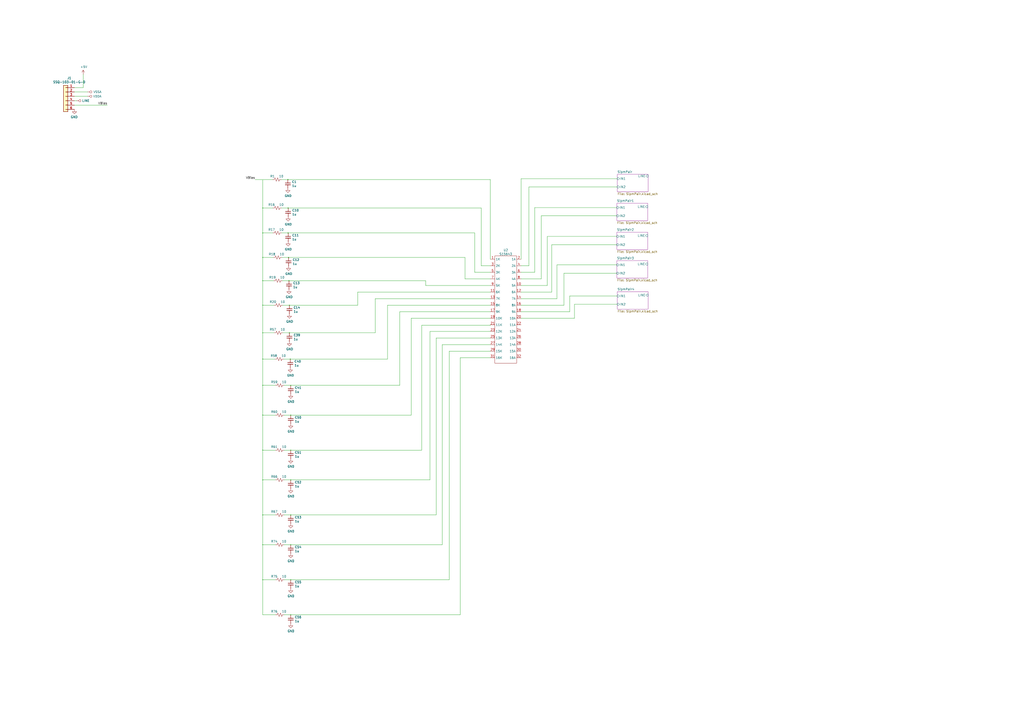
<source format=kicad_sch>
(kicad_sch (version 20210621) (generator eeschema)
  (paper "A2")
  (lib_symbols
    (symbol "Connector_Generic:Conn_01x06" (pin_names (offset 1.016) hide)
      (property "Reference" "J" (at 0 7.62 0))
      (property "Value" "Conn_01x06" (at 0 -10.16 0))
      (symbol "Conn_01x06_1_1"
        (rectangle (start -1.27 -7.493) (end 0 -7.747) (stroke (width 0.1524)))
        (rectangle (start -1.27 -4.953) (end 0 -5.207) (stroke (width 0.1524)))
        (rectangle (start -1.27 -2.413) (end 0 -2.667) (stroke (width 0.1524)))
        (rectangle (start -1.27 0.127) (end 0 -0.127) (stroke (width 0.1524)))
        (rectangle (start -1.27 2.667) (end 0 2.413) (stroke (width 0.1524)))
        (rectangle (start -1.27 5.207) (end 0 4.953) (stroke (width 0.1524)))
        (rectangle (start -1.27 6.35) (end 1.27 -8.89) (stroke (width 0.254)) (fill (type background)))
        (pin passive line (at -5.08 5.08 0) (length 3.81) (name "Pin_1") (number "1"))
        (pin passive line (at -5.08 2.54 0) (length 3.81) (name "Pin_2") (number "2"))
        (pin passive line (at -5.08 0 0) (length 3.81) (name "Pin_3") (number "3"))
        (pin passive line (at -5.08 -2.54 0) (length 3.81) (name "Pin_4") (number "4"))
        (pin passive line (at -5.08 -5.08 0) (length 3.81) (name "Pin_5") (number "5"))
        (pin passive line (at -5.08 -7.62 0) (length 3.81) (name "Pin_6") (number "6"))
      )
    )
    (symbol "Device:C_Small" (pin_numbers hide) (pin_names (offset 0.254) hide)
      (property "Reference" "C" (at 0.254 1.778 0))
      (property "Value" "C_Small" (at 0.254 -2.032 0))
      (symbol "C_Small_0_1"
        (polyline (pts (xy -1.524 -0.508) (xy 1.524 -0.508)) (stroke (width 0.3302)))
        (polyline (pts (xy -1.524 0.508) (xy 1.524 0.508)) (stroke (width 0.3048)))
      )
      (symbol "C_Small_1_1"
        (pin passive line (at 0 2.54 270) (length 2.032) (name "~") (number "1"))
        (pin passive line (at 0 -2.54 90) (length 2.032) (name "~") (number "2"))
      )
    )
    (symbol "Device:R_Small_US" (pin_numbers hide) (pin_names (offset 0.254) hide)
      (property "Reference" "R" (at 0.762 0.508 0))
      (property "Value" "R_Small_US" (at 0.762 -1.016 0))
      (symbol "R_Small_US_1_1"
        (polyline (pts (xy 0 0) (xy 1.016 -0.381) (xy 0 -0.762) (xy -1.016 -1.143) (xy 0 -1.524)))
        (polyline (pts (xy 0 1.524) (xy 1.016 1.143) (xy 0 0.762) (xy -1.016 0.381) (xy 0 0)))
        (pin passive line (at 0 2.54 270) (length 1.016) (name "~") (number "1"))
        (pin passive line (at 0 -2.54 90) (length 1.016) (name "~") (number "2"))
      )
    )
    (symbol "power:+5V" (power) (pin_names (offset 0))
      (property "Value" "+5V" (at 0 3.556 0))
      (symbol "+5V_0_1"
        (polyline (pts (xy -0.762 1.27) (xy 0 2.54)))
        (polyline (pts (xy 0 0) (xy 0 2.54)))
        (polyline (pts (xy 0 2.54) (xy 0.762 1.27)))
      )
      (symbol "+5V_1_1"
        (pin power_in line (at 0 0 90) (length 0) hide (name "+5V") (number "1"))
      )
    )
    (symbol "power:GND" (power) (pin_names (offset 0))
      (property "Value" "GND" (at 0 -3.81 0))
      (symbol "GND_0_1"
        (polyline (pts (xy 0 0) (xy 0 -1.27) (xy 1.27 -1.27) (xy 0 -2.54) (xy -1.27 -1.27) (xy 0 -1.27)))
      )
      (symbol "GND_1_1"
        (pin power_in line (at 0 0 270) (length 0) hide (name "GND") (number "1"))
      )
    )
    (symbol "power:LINE" (power) (pin_names (offset 0))
      (property "Value" "LINE" (at 0 3.81 0))
      (symbol "LINE_0_1"
        (circle (center 0 1.905) (radius 0.635))
        (polyline (pts (xy 0 0) (xy 0 1.27)))
      )
      (symbol "LINE_1_1"
        (pin power_in line (at 0 0 90) (length 0) hide (name "LINE") (number "1"))
      )
    )
    (symbol "power:VDDA" (power) (pin_names (offset 0))
      (property "Value" "VDDA" (at 0 3.81 0))
      (symbol "VDDA_0_1"
        (circle (center 0 1.905) (radius 0.635))
        (polyline (pts (xy 0 0) (xy 0 1.27)))
      )
      (symbol "VDDA_1_1"
        (pin power_in line (at 0 0 90) (length 0) hide (name "VDDA") (number "1"))
      )
    )
    (symbol "power:VSSA" (power) (pin_names (offset 0))
      (property "Value" "VSSA" (at 0 3.81 0))
      (symbol "VSSA_0_1"
        (circle (center 0 1.905) (radius 0.635))
        (polyline (pts (xy 0 0) (xy 0 1.27)))
      )
      (symbol "VSSA_1_1"
        (pin power_in line (at 0 0 90) (length 0) hide (name "VSSA") (number "1"))
      )
    )
    (symbol "sipm:S15643"
      (property "Reference" "U" (at 0 21.59 0))
      (property "Value" "S15643" (at 0 24.13 0))
      (symbol "S15643_0_1"
        (rectangle (start -6.35 19.685) (end 6.35 -42.545) (stroke (width 0.1524)))
      )
      (symbol "S15643_1_1"
        (pin input line (at -8.89 17.78 0) (length 2.54) (name "1K") (number "1"))
        (pin output line (at 8.89 2.54 180) (length 2.54) (name "5A") (number "10"))
        (pin input line (at -8.89 -1.27 0) (length 2.54) (name "6K") (number "11"))
        (pin output line (at 8.89 -1.27 180) (length 2.54) (name "6A") (number "12"))
        (pin input line (at -8.89 -5.08 0) (length 2.54) (name "7K") (number "13"))
        (pin output line (at 8.89 -5.08 180) (length 2.54) (name "7A") (number "14"))
        (pin input line (at -8.89 -8.89 0) (length 2.54) (name "8K") (number "15"))
        (pin output line (at 8.89 -8.89 180) (length 2.54) (name "8A") (number "16"))
        (pin input line (at -8.89 -12.7 0) (length 2.54) (name "9K") (number "17"))
        (pin output line (at 8.89 -12.7 180) (length 2.54) (name "9A") (number "18"))
        (pin input line (at -8.89 -16.51 0) (length 2.54) (name "10K") (number "19"))
        (pin output line (at 8.89 17.78 180) (length 2.54) (name "1A") (number "2"))
        (pin output line (at 8.89 -16.51 180) (length 2.54) (name "10A") (number "20"))
        (pin input line (at -8.89 -20.32 0) (length 2.54) (name "11K") (number "21"))
        (pin output line (at 8.89 -20.32 180) (length 2.54) (name "11A") (number "22"))
        (pin input line (at -8.89 -24.13 0) (length 2.54) (name "12K") (number "23"))
        (pin output line (at 8.89 -24.13 180) (length 2.54) (name "12A") (number "24"))
        (pin input line (at -8.89 -27.94 0) (length 2.54) (name "13K") (number "25"))
        (pin output line (at 8.89 -27.94 180) (length 2.54) (name "13A") (number "26"))
        (pin input line (at -8.89 -31.75 0) (length 2.54) (name "14K") (number "27"))
        (pin output line (at 8.89 -31.75 180) (length 2.54) (name "14A") (number "28"))
        (pin input line (at -8.89 -35.56 0) (length 2.54) (name "15K") (number "29"))
        (pin input line (at -8.89 13.97 0) (length 2.54) (name "2K") (number "3"))
        (pin output line (at 8.89 -35.56 180) (length 2.54) (name "15A") (number "30"))
        (pin input line (at -8.89 -39.37 0) (length 2.54) (name "16K") (number "31"))
        (pin output line (at 8.89 -39.37 180) (length 2.54) (name "16A") (number "32"))
        (pin output line (at 8.89 13.97 180) (length 2.54) (name "2A") (number "4"))
        (pin input line (at -8.89 10.16 0) (length 2.54) (name "3K") (number "5"))
        (pin output line (at 8.89 10.16 180) (length 2.54) (name "3A") (number "6"))
        (pin input line (at -8.89 6.35 0) (length 2.54) (name "4K") (number "7"))
        (pin output line (at 8.89 6.35 180) (length 2.54) (name "4A") (number "8"))
        (pin input line (at -8.89 2.54 0) (length 2.54) (name "5K") (number "9"))
      )
    )
  )
  (junction (at 152.4 120.65) (diameter 0.3048))
  (junction (at 152.4 135.128) (diameter 0.3048))
  (junction (at 152.4 149.352) (diameter 0.3048))
  (junction (at 152.4 162.814) (diameter 0.3048))
  (junction (at 152.4 177.038) (diameter 0.3048))
  (junction (at 152.4 193.04) (diameter 0.3048))
  (junction (at 152.4 208.28) (diameter 0.3048))
  (junction (at 152.4 223.52) (diameter 0.3048))
  (junction (at 152.4 240.792) (diameter 0.3048))
  (junction (at 152.4 261.112) (diameter 0.3048))
  (junction (at 152.4 278.384) (diameter 0.3048))
  (junction (at 152.4 298.704) (diameter 0.3048))
  (junction (at 152.4 315.976) (diameter 0.3048))
  (junction (at 152.4 336.296) (diameter 0.3048))
  (junction (at 167.005 104.14) (diameter 0.3048))
  (junction (at 167.132 120.65) (diameter 0.3048))
  (junction (at 167.132 135.128) (diameter 0.3048))
  (junction (at 167.386 149.352) (diameter 0.3048))
  (junction (at 167.64 162.814) (diameter 0.3048))
  (junction (at 167.894 177.038) (diameter 0.3048))
  (junction (at 167.894 193.04) (diameter 0.3048))
  (junction (at 168.402 208.28) (diameter 0.3048))
  (junction (at 168.656 223.52) (diameter 0.3048))
  (junction (at 168.656 240.792) (diameter 0.3048))
  (junction (at 168.656 261.112) (diameter 0.3048))
  (junction (at 168.656 278.384) (diameter 0.3048))
  (junction (at 168.656 298.704) (diameter 0.3048))
  (junction (at 168.656 315.976) (diameter 0.3048))
  (junction (at 168.656 336.296) (diameter 0.3048))
  (junction (at 168.656 356.616) (diameter 0.3048))
  (wire (pts (xy 43.18 50.8) (xy 48.26 50.8)))
  (wire (pts (xy 43.18 53.34) (xy 50.8 53.34)))
  (wire (pts (xy 43.18 55.88) (xy 50.8 55.88)))
  (wire (pts (xy 43.18 58.42) (xy 44.45 58.42)))
  (wire (pts (xy 43.18 60.96) (xy 62.23 60.96)))
  (wire (pts (xy 48.26 43.18) (xy 48.26 50.8)))
  (wire (pts (xy 147.955 104.14) (xy 158.115 104.14)))
  (wire (pts (xy 152.4 104.394) (xy 152.4 120.65)))
  (wire (pts (xy 152.4 120.65) (xy 158.242 120.65)))
  (wire (pts (xy 152.4 135.128) (xy 152.4 120.65)))
  (wire (pts (xy 152.4 135.128) (xy 152.4 149.352)))
  (wire (pts (xy 152.4 149.352) (xy 152.4 162.814)))
  (wire (pts (xy 152.4 149.352) (xy 158.496 149.352)))
  (wire (pts (xy 152.4 162.814) (xy 152.4 177.038)))
  (wire (pts (xy 152.4 162.814) (xy 158.75 162.814)))
  (wire (pts (xy 152.4 177.038) (xy 152.4 193.04)))
  (wire (pts (xy 152.4 177.038) (xy 159.004 177.038)))
  (wire (pts (xy 152.4 193.04) (xy 152.4 208.28)))
  (wire (pts (xy 152.4 193.04) (xy 159.004 193.04)))
  (wire (pts (xy 152.4 208.28) (xy 152.4 223.52)))
  (wire (pts (xy 152.4 208.28) (xy 159.512 208.28)))
  (wire (pts (xy 152.4 223.52) (xy 152.4 240.792)))
  (wire (pts (xy 152.4 223.52) (xy 159.766 223.52)))
  (wire (pts (xy 152.4 240.792) (xy 152.4 261.112)))
  (wire (pts (xy 152.4 240.792) (xy 159.766 240.792)))
  (wire (pts (xy 152.4 261.112) (xy 152.4 278.384)))
  (wire (pts (xy 152.4 261.112) (xy 159.766 261.112)))
  (wire (pts (xy 152.4 278.384) (xy 152.4 298.704)))
  (wire (pts (xy 152.4 278.384) (xy 159.766 278.384)))
  (wire (pts (xy 152.4 298.704) (xy 152.4 315.976)))
  (wire (pts (xy 152.4 298.704) (xy 159.766 298.704)))
  (wire (pts (xy 152.4 315.976) (xy 152.4 336.296)))
  (wire (pts (xy 152.4 315.976) (xy 159.766 315.976)))
  (wire (pts (xy 152.4 336.296) (xy 152.4 356.616)))
  (wire (pts (xy 152.4 336.296) (xy 159.766 336.296)))
  (wire (pts (xy 152.4 356.616) (xy 159.766 356.616)))
  (wire (pts (xy 158.242 135.128) (xy 152.4 135.128)))
  (wire (pts (xy 163.195 104.14) (xy 167.005 104.14)))
  (wire (pts (xy 163.322 120.65) (xy 167.132 120.65)))
  (wire (pts (xy 163.322 135.128) (xy 167.132 135.128)))
  (wire (pts (xy 163.576 149.352) (xy 167.386 149.352)))
  (wire (pts (xy 163.83 162.814) (xy 167.64 162.814)))
  (wire (pts (xy 164.084 177.038) (xy 167.894 177.038)))
  (wire (pts (xy 164.084 193.04) (xy 167.894 193.04)))
  (wire (pts (xy 164.592 208.28) (xy 168.402 208.28)))
  (wire (pts (xy 164.846 223.52) (xy 168.656 223.52)))
  (wire (pts (xy 164.846 240.792) (xy 168.656 240.792)))
  (wire (pts (xy 164.846 261.112) (xy 168.656 261.112)))
  (wire (pts (xy 164.846 278.384) (xy 168.656 278.384)))
  (wire (pts (xy 164.846 298.704) (xy 168.656 298.704)))
  (wire (pts (xy 164.846 315.976) (xy 168.656 315.976)))
  (wire (pts (xy 164.846 336.296) (xy 168.656 336.296)))
  (wire (pts (xy 164.846 356.616) (xy 168.656 356.616)))
  (wire (pts (xy 167.005 104.14) (xy 284.48 104.14)))
  (wire (pts (xy 167.132 120.65) (xy 279.146 120.65)))
  (wire (pts (xy 167.132 135.128) (xy 275.336 135.128)))
  (wire (pts (xy 167.64 162.814) (xy 246.888 162.814)))
  (wire (pts (xy 167.894 177.038) (xy 207.518 177.038)))
  (wire (pts (xy 167.894 193.04) (xy 217.678 193.04)))
  (wire (pts (xy 168.402 208.28) (xy 224.79 208.28)))
  (wire (pts (xy 168.656 223.52) (xy 231.902 223.52)))
  (wire (pts (xy 168.656 240.792) (xy 238.506 240.792)))
  (wire (pts (xy 168.656 261.112) (xy 244.602 261.112)))
  (wire (pts (xy 168.656 278.384) (xy 249.428 278.384)))
  (wire (pts (xy 168.656 298.704) (xy 252.984 298.704)))
  (wire (pts (xy 168.656 315.976) (xy 256.54 315.976)))
  (wire (pts (xy 168.656 336.296) (xy 260.604 336.296)))
  (wire (pts (xy 168.656 356.616) (xy 266.954 356.616)))
  (wire (pts (xy 207.518 169.418) (xy 284.48 169.418)))
  (wire (pts (xy 207.518 177.038) (xy 207.518 169.418)))
  (wire (pts (xy 217.678 173.228) (xy 284.48 173.228)))
  (wire (pts (xy 217.678 193.04) (xy 217.678 173.228)))
  (wire (pts (xy 224.79 177.038) (xy 284.48 177.038)))
  (wire (pts (xy 224.79 208.28) (xy 224.79 177.038)))
  (wire (pts (xy 231.902 180.848) (xy 284.48 180.848)))
  (wire (pts (xy 231.902 223.52) (xy 231.902 180.848)))
  (wire (pts (xy 238.506 184.658) (xy 284.48 184.658)))
  (wire (pts (xy 238.506 240.792) (xy 238.506 184.658)))
  (wire (pts (xy 244.602 188.722) (xy 284.48 188.722)))
  (wire (pts (xy 244.602 261.112) (xy 244.602 188.722)))
  (wire (pts (xy 246.888 162.814) (xy 246.888 165.608)))
  (wire (pts (xy 246.888 165.608) (xy 284.48 165.608)))
  (wire (pts (xy 249.428 192.278) (xy 284.48 192.278)))
  (wire (pts (xy 249.428 278.384) (xy 249.428 192.278)))
  (wire (pts (xy 252.984 196.088) (xy 252.984 298.704)))
  (wire (pts (xy 256.54 199.898) (xy 284.48 199.898)))
  (wire (pts (xy 256.54 315.976) (xy 256.54 199.898)))
  (wire (pts (xy 260.604 203.708) (xy 260.604 336.296)))
  (wire (pts (xy 266.954 207.518) (xy 284.48 207.518)))
  (wire (pts (xy 266.954 356.616) (xy 266.954 207.518)))
  (wire (pts (xy 269.748 149.352) (xy 167.386 149.352)))
  (wire (pts (xy 269.748 161.798) (xy 269.748 149.352)))
  (wire (pts (xy 275.336 135.128) (xy 275.336 157.988)))
  (wire (pts (xy 275.336 157.988) (xy 284.48 157.988)))
  (wire (pts (xy 279.146 120.65) (xy 279.146 154.178)))
  (wire (pts (xy 279.146 154.178) (xy 284.48 154.178)))
  (wire (pts (xy 284.48 104.14) (xy 284.48 150.368)))
  (wire (pts (xy 284.48 161.798) (xy 269.748 161.798)))
  (wire (pts (xy 284.48 188.722) (xy 284.48 188.468)))
  (wire (pts (xy 284.48 196.088) (xy 252.984 196.088)))
  (wire (pts (xy 284.48 203.708) (xy 260.604 203.708)))
  (wire (pts (xy 302.26 103.632) (xy 302.26 150.368)))
  (wire (pts (xy 302.26 157.988) (xy 310.134 157.988)))
  (wire (pts (xy 302.26 165.608) (xy 317.5 165.608)))
  (wire (pts (xy 302.26 177.038) (xy 327.152 177.038)))
  (wire (pts (xy 302.26 180.848) (xy 330.454 180.848)))
  (wire (pts (xy 306.832 108.458) (xy 306.832 154.178)))
  (wire (pts (xy 306.832 108.458) (xy 358.14 108.458)))
  (wire (pts (xy 306.832 154.178) (xy 302.26 154.178)))
  (wire (pts (xy 310.134 120.396) (xy 357.886 120.396)))
  (wire (pts (xy 310.134 157.988) (xy 310.134 120.396)))
  (wire (pts (xy 313.944 125.222) (xy 313.944 161.798)))
  (wire (pts (xy 313.944 161.798) (xy 302.26 161.798)))
  (wire (pts (xy 317.5 137.16) (xy 357.886 137.16)))
  (wire (pts (xy 317.5 165.608) (xy 317.5 137.16)))
  (wire (pts (xy 320.04 141.986) (xy 320.04 169.418)))
  (wire (pts (xy 320.04 169.418) (xy 302.26 169.418)))
  (wire (pts (xy 323.088 153.67) (xy 323.088 173.228)))
  (wire (pts (xy 323.088 173.228) (xy 302.26 173.228)))
  (wire (pts (xy 327.152 158.496) (xy 357.886 158.496)))
  (wire (pts (xy 327.152 177.038) (xy 327.152 158.496)))
  (wire (pts (xy 330.454 171.704) (xy 358.14 171.704)))
  (wire (pts (xy 330.454 180.848) (xy 330.454 171.704)))
  (wire (pts (xy 333.248 176.53) (xy 333.248 184.658)))
  (wire (pts (xy 333.248 184.658) (xy 302.26 184.658)))
  (wire (pts (xy 357.886 125.222) (xy 313.944 125.222)))
  (wire (pts (xy 357.886 141.986) (xy 320.04 141.986)))
  (wire (pts (xy 357.886 153.67) (xy 323.088 153.67)))
  (wire (pts (xy 358.14 103.632) (xy 302.26 103.632)))
  (wire (pts (xy 358.14 176.53) (xy 333.248 176.53)))
  (label "VBias" (at 62.23 60.96 180))
  (label "VBias" (at 147.955 104.14 180))
  (symbol (lib_id "power:LINE") (at 44.45 58.42 270) (mirror x) (unit 1)
    (property "Reference" "#PWR0135" (effects hide))
    (property "Value" "LINE" (at 47.625 58.42 90) (effects (justify left)))
  )
  (symbol (lib_id "power:VSSA") (at 50.8 53.34 270) (mirror x) (unit 1)
    (property "Reference" "#PWR0138" (effects hide))
    (property "Value" "VSSA" (at 56.515 53.34 90))
  )
  (symbol (lib_id "power:VDDA") (at 50.8 55.88 270) (mirror x) (unit 1)
    (property "Reference" "#PWR0136" (effects hide))
    (property "Value" "VDDA" (at 53.975 55.88 90) (effects (justify left)))
  )
  (symbol (lib_id "power:+5V") (at 48.26 43.18 0) (unit 1)
    (property "Reference" "#PWR0139" (effects hide))
    (property "Value" "+5V" (at 48.641 38.7858 0))
  )
  (symbol (lib_id "power:GND") (at 43.18 63.5 0) (mirror y) (unit 1)
    (property "Reference" "#PWR0137" (effects hide))
    (property "Value" "GND" (at 43.053 67.8942 0))
  )
  (symbol (lib_id "power:GND") (at 167.005 109.22 0) (unit 1)
    (property "Reference" "#PWR0101" (effects hide))
    (property "Value" "GND" (at 167.132 113.6142 0))
  )
  (symbol (lib_id "power:GND") (at 167.132 125.73 0) (unit 1)
    (property "Reference" "#PWR0103" (effects hide))
    (property "Value" "GND" (at 167.259 130.1242 0))
  )
  (symbol (lib_id "power:GND") (at 167.132 140.208 0) (unit 1)
    (property "Reference" "#PWR0117" (effects hide))
    (property "Value" "GND" (at 167.259 144.6022 0))
  )
  (symbol (lib_id "power:GND") (at 167.386 154.432 0) (unit 1)
    (property "Reference" "#PWR0122" (effects hide))
    (property "Value" "GND" (at 167.513 158.8262 0))
  )
  (symbol (lib_id "power:GND") (at 167.64 167.894 0) (unit 1)
    (property "Reference" "#PWR0123" (effects hide))
    (property "Value" "GND" (at 167.767 172.2882 0))
  )
  (symbol (lib_id "power:GND") (at 167.894 182.118 0) (unit 1)
    (property "Reference" "#PWR0124" (effects hide))
    (property "Value" "GND" (at 168.021 186.5122 0))
  )
  (symbol (lib_id "power:GND") (at 167.894 198.12 0) (unit 1)
    (property "Reference" "#PWR0167" (effects hide))
    (property "Value" "GND" (at 168.021 202.5142 0))
  )
  (symbol (lib_id "power:GND") (at 168.402 213.36 0) (unit 1)
    (property "Reference" "#PWR0166" (effects hide))
    (property "Value" "GND" (at 168.529 217.7542 0))
  )
  (symbol (lib_id "power:GND") (at 168.656 228.6 0) (unit 1)
    (property "Reference" "#PWR0169" (effects hide))
    (property "Value" "GND" (at 168.783 232.9942 0))
  )
  (symbol (lib_id "power:GND") (at 168.656 245.872 0) (unit 1)
    (property "Reference" "#PWR0168" (effects hide))
    (property "Value" "GND" (at 168.783 250.2662 0))
  )
  (symbol (lib_id "power:GND") (at 168.656 266.192 0) (unit 1)
    (property "Reference" "#PWR0170" (effects hide))
    (property "Value" "GND" (at 168.783 270.5862 0))
  )
  (symbol (lib_id "power:GND") (at 168.656 283.464 0) (unit 1)
    (property "Reference" "#PWR0171" (effects hide))
    (property "Value" "GND" (at 168.783 287.8582 0))
  )
  (symbol (lib_id "power:GND") (at 168.656 303.784 0) (unit 1)
    (property "Reference" "#PWR0173" (effects hide))
    (property "Value" "GND" (at 168.783 308.1782 0))
  )
  (symbol (lib_id "power:GND") (at 168.656 321.056 0) (unit 1)
    (property "Reference" "#PWR0172" (effects hide))
    (property "Value" "GND" (at 168.783 325.4502 0))
  )
  (symbol (lib_id "power:GND") (at 168.656 341.376 0) (unit 1)
    (property "Reference" "#PWR0175" (effects hide))
    (property "Value" "GND" (at 168.783 345.7702 0))
  )
  (symbol (lib_id "power:GND") (at 168.656 361.696 0) (unit 1)
    (property "Reference" "#PWR0174" (effects hide))
    (property "Value" "GND" (at 168.783 366.0902 0))
  )
  (symbol (lib_id "Device:R_Small_US") (at 160.655 104.14 90) (unit 1)
    (property "Reference" "R1" (at 159.385 102.235 90) (effects (justify left)))
    (property "Value" "10" (at 164.465 102.235 90) (effects (justify left)))
    (property "Footprint" "R_0402_1005Metric" (effects hide))
  )
  (symbol (lib_id "Device:R_Small_US") (at 160.782 120.65 90) (unit 1)
    (property "Reference" "R16" (at 159.512 118.745 90) (effects (justify left)))
    (property "Value" "10" (at 164.592 118.745 90) (effects (justify left)))
    (property "Footprint" "R_0402_1005Metric" (effects hide))
  )
  (symbol (lib_id "Device:R_Small_US") (at 160.782 135.128 90) (unit 1)
    (property "Reference" "R17" (at 159.512 133.223 90) (effects (justify left)))
    (property "Value" "10" (at 164.592 133.223 90) (effects (justify left)))
    (property "Footprint" "R_0402_1005Metric" (effects hide))
  )
  (symbol (lib_id "Device:R_Small_US") (at 161.036 149.352 90) (unit 1)
    (property "Reference" "R18" (at 159.766 147.447 90) (effects (justify left)))
    (property "Value" "10" (at 164.846 147.447 90) (effects (justify left)))
    (property "Footprint" "R_0402_1005Metric" (effects hide))
  )
  (symbol (lib_id "Device:R_Small_US") (at 161.29 162.814 90) (unit 1)
    (property "Reference" "R19" (at 160.02 160.909 90) (effects (justify left)))
    (property "Value" "10" (at 165.1 160.909 90) (effects (justify left)))
    (property "Footprint" "R_0402_1005Metric" (effects hide))
  )
  (symbol (lib_id "Device:R_Small_US") (at 161.544 177.038 90) (unit 1)
    (property "Reference" "R20" (at 160.274 175.133 90) (effects (justify left)))
    (property "Value" "10" (at 165.354 175.133 90) (effects (justify left)))
    (property "Footprint" "R_0402_1005Metric" (effects hide))
  )
  (symbol (lib_id "Device:R_Small_US") (at 161.544 193.04 90) (unit 1)
    (property "Reference" "R57" (at 160.274 191.135 90) (effects (justify left)))
    (property "Value" "10" (at 165.354 191.135 90) (effects (justify left)))
    (property "Footprint" "R_0402_1005Metric" (effects hide))
  )
  (symbol (lib_id "Device:R_Small_US") (at 162.052 208.28 90) (unit 1)
    (property "Reference" "R58" (at 160.782 206.375 90) (effects (justify left)))
    (property "Value" "10" (at 165.862 206.375 90) (effects (justify left)))
    (property "Footprint" "R_0402_1005Metric" (effects hide))
  )
  (symbol (lib_id "Device:R_Small_US") (at 162.306 223.52 90) (unit 1)
    (property "Reference" "R59" (at 161.036 221.615 90) (effects (justify left)))
    (property "Value" "10" (at 166.116 221.615 90) (effects (justify left)))
    (property "Footprint" "R_0402_1005Metric" (effects hide))
  )
  (symbol (lib_id "Device:R_Small_US") (at 162.306 240.792 90) (unit 1)
    (property "Reference" "R60" (at 161.036 238.887 90) (effects (justify left)))
    (property "Value" "10" (at 166.116 238.887 90) (effects (justify left)))
    (property "Footprint" "R_0402_1005Metric" (effects hide))
  )
  (symbol (lib_id "Device:R_Small_US") (at 162.306 261.112 90) (unit 1)
    (property "Reference" "R61" (at 161.036 259.207 90) (effects (justify left)))
    (property "Value" "10" (at 166.116 259.207 90) (effects (justify left)))
    (property "Footprint" "R_0402_1005Metric" (effects hide))
  )
  (symbol (lib_id "Device:R_Small_US") (at 162.306 278.384 90) (unit 1)
    (property "Reference" "R66" (at 161.036 276.479 90) (effects (justify left)))
    (property "Value" "10" (at 166.116 276.479 90) (effects (justify left)))
    (property "Footprint" "R_0402_1005Metric" (effects hide))
  )
  (symbol (lib_id "Device:R_Small_US") (at 162.306 298.704 90) (unit 1)
    (property "Reference" "R67" (at 161.036 296.799 90) (effects (justify left)))
    (property "Value" "10" (at 166.116 296.799 90) (effects (justify left)))
    (property "Footprint" "R_0402_1005Metric" (effects hide))
  )
  (symbol (lib_id "Device:R_Small_US") (at 162.306 315.976 90) (unit 1)
    (property "Reference" "R74" (at 161.036 314.071 90) (effects (justify left)))
    (property "Value" "10" (at 166.116 314.071 90) (effects (justify left)))
    (property "Footprint" "R_0402_1005Metric" (effects hide))
  )
  (symbol (lib_id "Device:R_Small_US") (at 162.306 336.296 90) (unit 1)
    (property "Reference" "R75" (at 161.036 334.391 90) (effects (justify left)))
    (property "Value" "10" (at 166.116 334.391 90) (effects (justify left)))
    (property "Footprint" "R_0402_1005Metric" (effects hide))
  )
  (symbol (lib_id "Device:R_Small_US") (at 162.306 356.616 90) (unit 1)
    (property "Reference" "R76" (at 161.036 354.711 90) (effects (justify left)))
    (property "Value" "10" (at 166.116 354.711 90) (effects (justify left)))
    (property "Footprint" "R_0402_1005Metric" (effects hide))
  )
  (symbol (lib_id "Device:C_Small") (at 167.005 106.68 0) (unit 1)
    (property "Reference" "C1" (at 169.3418 105.5116 0) (effects (justify left)))
    (property "Value" "1u" (at 169.3418 107.823 0) (effects (justify left)))
    (property "Footprint" "Capacitor_SMD:C_0805_2012Metric" (effects hide))
  )
  (symbol (lib_id "Device:C_Small") (at 167.132 123.19 0) (unit 1)
    (property "Reference" "C10" (at 169.4688 122.0216 0) (effects (justify left)))
    (property "Value" "1u" (at 169.4688 124.333 0) (effects (justify left)))
    (property "Footprint" "Capacitor_SMD:C_0805_2012Metric" (effects hide))
  )
  (symbol (lib_id "Device:C_Small") (at 167.132 137.668 0) (unit 1)
    (property "Reference" "C11" (at 169.4688 136.4996 0) (effects (justify left)))
    (property "Value" "1u" (at 169.4688 138.811 0) (effects (justify left)))
    (property "Footprint" "Capacitor_SMD:C_0805_2012Metric" (effects hide))
  )
  (symbol (lib_id "Device:C_Small") (at 167.386 151.892 0) (unit 1)
    (property "Reference" "C12" (at 169.7228 150.7236 0) (effects (justify left)))
    (property "Value" "1u" (at 169.7228 153.035 0) (effects (justify left)))
    (property "Footprint" "Capacitor_SMD:C_0805_2012Metric" (effects hide))
  )
  (symbol (lib_id "Device:C_Small") (at 167.64 165.354 0) (unit 1)
    (property "Reference" "C13" (at 169.9768 164.1856 0) (effects (justify left)))
    (property "Value" "1u" (at 169.9768 166.497 0) (effects (justify left)))
    (property "Footprint" "Capacitor_SMD:C_0805_2012Metric" (effects hide))
  )
  (symbol (lib_id "Device:C_Small") (at 167.894 179.578 0) (unit 1)
    (property "Reference" "C14" (at 170.2308 178.4096 0) (effects (justify left)))
    (property "Value" "1u" (at 170.2308 180.721 0) (effects (justify left)))
    (property "Footprint" "Capacitor_SMD:C_0805_2012Metric" (effects hide))
  )
  (symbol (lib_id "Device:C_Small") (at 167.894 195.58 0) (unit 1)
    (property "Reference" "C39" (at 170.2308 194.4116 0) (effects (justify left)))
    (property "Value" "1u" (at 170.2308 196.723 0) (effects (justify left)))
    (property "Footprint" "Capacitor_SMD:C_0805_2012Metric" (effects hide))
  )
  (symbol (lib_id "Device:C_Small") (at 168.402 210.82 0) (unit 1)
    (property "Reference" "C40" (at 170.7388 209.6516 0) (effects (justify left)))
    (property "Value" "1u" (at 170.7388 211.963 0) (effects (justify left)))
    (property "Footprint" "Capacitor_SMD:C_0805_2012Metric" (effects hide))
  )
  (symbol (lib_id "Device:C_Small") (at 168.656 226.06 0) (unit 1)
    (property "Reference" "C41" (at 170.9928 224.8916 0) (effects (justify left)))
    (property "Value" "1u" (at 170.9928 227.203 0) (effects (justify left)))
    (property "Footprint" "Capacitor_SMD:C_0805_2012Metric" (effects hide))
  )
  (symbol (lib_id "Device:C_Small") (at 168.656 243.332 0) (unit 1)
    (property "Reference" "C50" (at 170.9928 242.1636 0) (effects (justify left)))
    (property "Value" "1u" (at 170.9928 244.475 0) (effects (justify left)))
    (property "Footprint" "Capacitor_SMD:C_0805_2012Metric" (effects hide))
  )
  (symbol (lib_id "Device:C_Small") (at 168.656 263.652 0) (unit 1)
    (property "Reference" "C51" (at 170.9928 262.4836 0) (effects (justify left)))
    (property "Value" "1u" (at 170.9928 264.795 0) (effects (justify left)))
    (property "Footprint" "Capacitor_SMD:C_0805_2012Metric" (effects hide))
  )
  (symbol (lib_id "Device:C_Small") (at 168.656 280.924 0) (unit 1)
    (property "Reference" "C52" (at 170.9928 279.7556 0) (effects (justify left)))
    (property "Value" "1u" (at 170.9928 282.067 0) (effects (justify left)))
    (property "Footprint" "Capacitor_SMD:C_0805_2012Metric" (effects hide))
  )
  (symbol (lib_id "Device:C_Small") (at 168.656 301.244 0) (unit 1)
    (property "Reference" "C53" (at 170.9928 300.0756 0) (effects (justify left)))
    (property "Value" "1u" (at 170.9928 302.387 0) (effects (justify left)))
    (property "Footprint" "Capacitor_SMD:C_0805_2012Metric" (effects hide))
  )
  (symbol (lib_id "Device:C_Small") (at 168.656 318.516 0) (unit 1)
    (property "Reference" "C54" (at 170.9928 317.3476 0) (effects (justify left)))
    (property "Value" "1u" (at 170.9928 319.659 0) (effects (justify left)))
    (property "Footprint" "Capacitor_SMD:C_0805_2012Metric" (effects hide))
  )
  (symbol (lib_id "Device:C_Small") (at 168.656 338.836 0) (unit 1)
    (property "Reference" "C55" (at 170.9928 337.6676 0) (effects (justify left)))
    (property "Value" "1u" (at 170.9928 339.979 0) (effects (justify left)))
    (property "Footprint" "Capacitor_SMD:C_0805_2012Metric" (effects hide))
  )
  (symbol (lib_id "Device:C_Small") (at 168.656 359.156 0) (unit 1)
    (property "Reference" "C56" (at 170.9928 357.9876 0) (effects (justify left)))
    (property "Value" "1u" (at 170.9928 360.299 0) (effects (justify left)))
    (property "Footprint" "Capacitor_SMD:C_0805_2012Metric" (effects hide))
  )
  (symbol (lib_id "Connector_Generic:Conn_01x06") (at 38.1 55.88 0) (mirror y) (unit 1)
    (property "Reference" "J1" (at 40.1828 45.2882 0))
    (property "Value" "SSQ-103-01-G-D" (at 40.1828 47.5996 0))
    (property "Footprint" "footprints:PinHeader_2x03_P2.54mm_Vertical" (effects hide))
  )
  (symbol (lib_id "sipm:S15643") (at 293.37 168.148 0) (unit 1)
    (property "Reference" "U2" (at 293.37 145.0806 0))
    (property "Value" "S15643" (at 293.37 147.3793 0))
    (property "Footprint" "footprints:S15643-N16" (effects hide))
  )
  (sheet (at 358.14 101.092) (size 17.78 10.16) (stroke (width 0.0006) (color 132 0 132 1)) (fill (color 255 255 255 0.0000))
    (property "Sheet name" "SipmPair" (at 358.14 100.4563 0) (effects (justify left bottom)))
    (property "Sheet file" "SipmPair.kicad_sch" (at 358.14 111.7607 0) (effects (justify left top)))
    (pin "IN2" input (at 358.14 108.458 180))
    (pin "IN1" input (at 358.14 103.632 180))
    (pin "LINE" input (at 375.92 102.108 0))
  )
  (sheet (at 357.886 117.856) (size 17.78 10.16) (stroke (width 0.0006) (color 132 0 132 1)) (fill (color 255 255 255 0.0000))
    (property "Sheet name" "SipmPair1" (at 357.886 117.2203 0) (effects (justify left bottom)))
    (property "Sheet file" "SipmPair.kicad_sch" (at 357.886 128.5247 0) (effects (justify left top)))
    (pin "IN2" input (at 357.886 125.222 180))
    (pin "IN1" input (at 357.886 120.396 180))
    (pin "LINE" input (at 375.666 119.888 0))
  )
  (sheet (at 357.886 134.62) (size 17.78 10.16) (stroke (width 0.0006) (color 132 0 132 1)) (fill (color 255 255 255 0.0000))
    (property "Sheet name" "SipmPair2" (at 357.886 133.9843 0) (effects (justify left bottom)))
    (property "Sheet file" "SipmPair.kicad_sch" (at 357.886 145.2887 0) (effects (justify left top)))
    (pin "IN2" input (at 357.886 141.986 180))
    (pin "IN1" input (at 357.886 137.16 180))
    (pin "LINE" input (at 375.666 136.652 0))
  )
  (sheet (at 357.886 151.13) (size 17.78 10.16) (stroke (width 0.0006) (color 132 0 132 1)) (fill (color 255 255 255 0.0000))
    (property "Sheet name" "SipmPair3" (at 357.886 150.4943 0) (effects (justify left bottom)))
    (property "Sheet file" "SipmPair.kicad_sch" (at 357.886 161.7987 0) (effects (justify left top)))
    (pin "IN2" input (at 357.886 158.496 180))
    (pin "IN1" input (at 357.886 153.67 180))
    (pin "LINE" input (at 375.666 153.162 0))
  )
  (sheet (at 358.14 169.164) (size 17.78 10.16) (stroke (width 0.0006) (color 132 0 132 1)) (fill (color 255 255 255 0.0000))
    (property "Sheet name" "SipmPair4" (at 358.14 168.5283 0) (effects (justify left bottom)))
    (property "Sheet file" "SipmPair.kicad_sch" (at 358.14 179.8327 0) (effects (justify left top)))
    (pin "IN2" input (at 358.14 176.53 180))
    (pin "IN1" input (at 358.14 171.704 180))
    (pin "LINE" input (at 375.92 171.196 0))
  )
)
</source>
